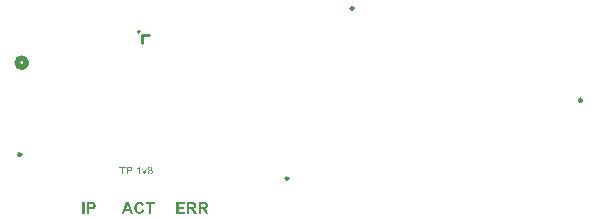
<source format=gto>
G04*
G04 #@! TF.GenerationSoftware,Altium Limited,Altium Designer,22.8.2 (66)*
G04*
G04 Layer_Color=65535*
%FSLAX44Y44*%
%MOMM*%
G71*
G04*
G04 #@! TF.SameCoordinates,E765EAFB-E956-432D-8013-76C00557599A*
G04*
G04*
G04 #@! TF.FilePolarity,Positive*
G04*
G01*
G75*
%ADD10C,0.2500*%
%ADD11C,0.2000*%
%ADD12C,0.5080*%
%ADD13C,0.2540*%
G36*
X419897Y314819D02*
X419136D01*
X417359Y319537D01*
X418205D01*
X419220Y316708D01*
Y316698D01*
X419230Y316689D01*
X419239Y316661D01*
X419248Y316633D01*
X419277Y316539D01*
X419314Y316416D01*
X419361Y316276D01*
X419417Y316116D01*
X419464Y315937D01*
X419521Y315759D01*
X419530Y315777D01*
X419540Y315824D01*
X419568Y315900D01*
X419596Y316012D01*
X419643Y316134D01*
X419690Y316294D01*
X419756Y316463D01*
X419822Y316651D01*
X420865Y319537D01*
X421692D01*
X419897Y314819D01*
D02*
G37*
G36*
X415583D02*
X414784D01*
Y319903D01*
X414775Y319894D01*
X414728Y319856D01*
X414672Y319800D01*
X414577Y319734D01*
X414474Y319649D01*
X414343Y319555D01*
X414192Y319452D01*
X414023Y319349D01*
X414014D01*
X414004Y319339D01*
X413948Y319302D01*
X413854Y319255D01*
X413741Y319198D01*
X413610Y319132D01*
X413469Y319067D01*
X413328Y319001D01*
X413187Y318944D01*
Y319715D01*
X413196D01*
X413215Y319734D01*
X413252Y319743D01*
X413299Y319771D01*
X413356Y319800D01*
X413422Y319837D01*
X413581Y319931D01*
X413769Y320035D01*
X413957Y320166D01*
X414155Y320317D01*
X414352Y320476D01*
X414361Y320486D01*
X414371Y320495D01*
X414399Y320523D01*
X414437Y320552D01*
X414521Y320645D01*
X414634Y320758D01*
X414747Y320890D01*
X414869Y321040D01*
X414972Y321191D01*
X415066Y321350D01*
X415583D01*
Y314819D01*
D02*
G37*
G36*
X407125Y321313D02*
X407285Y321303D01*
X407454Y321294D01*
X407614Y321275D01*
X407755Y321256D01*
X407773D01*
X407839Y321238D01*
X407924Y321219D01*
X408036Y321191D01*
X408159Y321144D01*
X408290Y321087D01*
X408431Y321021D01*
X408553Y320946D01*
X408572Y320937D01*
X408610Y320909D01*
X408666Y320852D01*
X408741Y320787D01*
X408826Y320702D01*
X408910Y320589D01*
X409005Y320467D01*
X409080Y320326D01*
X409089Y320307D01*
X409108Y320260D01*
X409146Y320176D01*
X409183Y320063D01*
X409211Y319931D01*
X409249Y319781D01*
X409268Y319612D01*
X409277Y319433D01*
Y319424D01*
Y319396D01*
Y319358D01*
X409268Y319292D01*
X409258Y319226D01*
X409249Y319142D01*
X409230Y319048D01*
X409211Y318944D01*
X409146Y318728D01*
X409108Y318616D01*
X409052Y318493D01*
X408986Y318371D01*
X408920Y318258D01*
X408835Y318146D01*
X408741Y318033D01*
X408732Y318023D01*
X408713Y318005D01*
X408685Y317976D01*
X408638Y317948D01*
X408582Y317901D01*
X408506Y317854D01*
X408412Y317798D01*
X408309Y317751D01*
X408187Y317695D01*
X408046Y317638D01*
X407896Y317591D01*
X407717Y317554D01*
X407529Y317516D01*
X407322Y317488D01*
X407087Y317469D01*
X406843Y317460D01*
X405179D01*
Y314819D01*
X404315D01*
Y321322D01*
X406984D01*
X407125Y321313D01*
D02*
G37*
G36*
X403422Y320552D02*
X401279D01*
Y314819D01*
X400415D01*
Y320552D01*
X398272D01*
Y321322D01*
X403422D01*
Y320552D01*
D02*
G37*
G36*
X424436Y321341D02*
X424511Y321332D01*
X424596Y321322D01*
X424690Y321313D01*
X424784Y321285D01*
X425009Y321228D01*
X425235Y321144D01*
X425348Y321087D01*
X425460Y321021D01*
X425564Y320937D01*
X425667Y320852D01*
X425677Y320843D01*
X425686Y320834D01*
X425714Y320805D01*
X425752Y320768D01*
X425789Y320711D01*
X425836Y320655D01*
X425930Y320514D01*
X426024Y320335D01*
X426109Y320129D01*
X426175Y319894D01*
X426184Y319771D01*
X426194Y319640D01*
Y319631D01*
Y319621D01*
Y319565D01*
X426184Y319480D01*
X426165Y319377D01*
X426137Y319245D01*
X426090Y319114D01*
X426034Y318982D01*
X425949Y318850D01*
X425940Y318832D01*
X425902Y318794D01*
X425846Y318738D01*
X425770Y318663D01*
X425667Y318578D01*
X425545Y318493D01*
X425404Y318409D01*
X425235Y318334D01*
X425244D01*
X425263Y318324D01*
X425291Y318315D01*
X425329Y318296D01*
X425442Y318249D01*
X425573Y318183D01*
X425714Y318089D01*
X425864Y317986D01*
X426006Y317854D01*
X426137Y317704D01*
Y317695D01*
X426147Y317685D01*
X426184Y317629D01*
X426240Y317535D01*
X426297Y317413D01*
X426353Y317262D01*
X426410Y317084D01*
X426447Y316886D01*
X426457Y316670D01*
Y316661D01*
Y316633D01*
Y316586D01*
X426447Y316529D01*
X426438Y316463D01*
X426428Y316379D01*
X426410Y316285D01*
X426381Y316182D01*
X426316Y315965D01*
X426269Y315843D01*
X426203Y315730D01*
X426137Y315608D01*
X426062Y315495D01*
X425968Y315383D01*
X425864Y315270D01*
X425855Y315261D01*
X425836Y315242D01*
X425808Y315214D01*
X425761Y315185D01*
X425695Y315138D01*
X425630Y315091D01*
X425545Y315044D01*
X425451Y314988D01*
X425348Y314932D01*
X425225Y314885D01*
X425094Y314838D01*
X424962Y314791D01*
X424812Y314762D01*
X424652Y314734D01*
X424492Y314715D01*
X424314Y314706D01*
X424220D01*
X424154Y314715D01*
X424070Y314725D01*
X423975Y314734D01*
X423872Y314753D01*
X423759Y314781D01*
X423506Y314847D01*
X423374Y314894D01*
X423252Y314941D01*
X423120Y315007D01*
X422989Y315082D01*
X422867Y315166D01*
X422754Y315270D01*
X422744Y315279D01*
X422726Y315298D01*
X422697Y315326D01*
X422660Y315373D01*
X422622Y315430D01*
X422566Y315495D01*
X422519Y315571D01*
X422463Y315665D01*
X422406Y315759D01*
X422359Y315871D01*
X422265Y316106D01*
X422228Y316247D01*
X422199Y316388D01*
X422180Y316539D01*
X422171Y316689D01*
Y316698D01*
Y316717D01*
Y316755D01*
X422180Y316792D01*
Y316849D01*
X422190Y316915D01*
X422209Y317065D01*
X422246Y317234D01*
X422303Y317403D01*
X422387Y317582D01*
X422491Y317751D01*
Y317760D01*
X422509Y317770D01*
X422547Y317817D01*
X422622Y317892D01*
X422726Y317986D01*
X422857Y318080D01*
X423017Y318183D01*
X423195Y318268D01*
X423412Y318334D01*
X423402D01*
X423393Y318343D01*
X423365Y318352D01*
X423327Y318371D01*
X423242Y318409D01*
X423130Y318465D01*
X423008Y318540D01*
X422885Y318634D01*
X422773Y318738D01*
X422669Y318850D01*
X422660Y318869D01*
X422632Y318907D01*
X422594Y318982D01*
X422556Y319076D01*
X422509Y319198D01*
X422472Y319339D01*
X422444Y319499D01*
X422434Y319668D01*
Y319678D01*
Y319696D01*
Y319734D01*
X422444Y319790D01*
X422453Y319847D01*
X422463Y319922D01*
X422500Y320082D01*
X422556Y320270D01*
X422650Y320467D01*
X422707Y320570D01*
X422773Y320674D01*
X422857Y320768D01*
X422942Y320862D01*
X422951Y320871D01*
X422970Y320881D01*
X422998Y320909D01*
X423036Y320937D01*
X423083Y320975D01*
X423148Y321012D01*
X423224Y321059D01*
X423299Y321106D01*
X423393Y321153D01*
X423496Y321200D01*
X423609Y321238D01*
X423731Y321275D01*
X423994Y321332D01*
X424145Y321341D01*
X424295Y321350D01*
X424380D01*
X424436Y321341D01*
D02*
G37*
G36*
X469735Y291173D02*
X469891D01*
X470046Y291159D01*
X470229D01*
X470595Y291117D01*
X470976Y291074D01*
X471328Y291004D01*
X471483Y290962D01*
X471624Y290919D01*
X471638D01*
X471653Y290905D01*
X471737Y290863D01*
X471864Y290792D01*
X472033Y290708D01*
X472216Y290567D01*
X472400Y290412D01*
X472583Y290214D01*
X472752Y289975D01*
Y289961D01*
X472766Y289947D01*
X472794Y289904D01*
X472823Y289862D01*
X472893Y289721D01*
X472978Y289538D01*
X473048Y289312D01*
X473119Y289058D01*
X473175Y288762D01*
X473189Y288452D01*
Y288438D01*
Y288410D01*
Y288340D01*
X473175Y288269D01*
Y288170D01*
X473161Y288072D01*
X473105Y287818D01*
X473034Y287522D01*
X472921Y287226D01*
X472752Y286916D01*
X472654Y286775D01*
X472541Y286634D01*
X472527Y286620D01*
X472513Y286606D01*
X472470Y286563D01*
X472414Y286521D01*
X472357Y286465D01*
X472273Y286394D01*
X472174Y286324D01*
X472061Y286253D01*
X471935Y286169D01*
X471780Y286098D01*
X471624Y286028D01*
X471455Y285957D01*
X471258Y285887D01*
X471060Y285830D01*
X470849Y285774D01*
X470609Y285732D01*
X470624D01*
X470638Y285718D01*
X470722Y285661D01*
X470835Y285591D01*
X470976Y285492D01*
X471145Y285365D01*
X471314Y285238D01*
X471497Y285083D01*
X471653Y284914D01*
X471667Y284900D01*
X471737Y284829D01*
X471822Y284717D01*
X471949Y284547D01*
X472118Y284336D01*
X472202Y284195D01*
X472301Y284054D01*
X472414Y283899D01*
X472527Y283730D01*
X472654Y283533D01*
X472780Y283335D01*
X473979Y281432D01*
X471610D01*
X470201Y283547D01*
X470187Y283561D01*
X470172Y283603D01*
X470130Y283659D01*
X470074Y283730D01*
X470017Y283814D01*
X469947Y283927D01*
X469792Y284153D01*
X469608Y284407D01*
X469439Y284632D01*
X469284Y284844D01*
X469214Y284914D01*
X469157Y284984D01*
X469143Y284998D01*
X469115Y285027D01*
X469059Y285083D01*
X468988Y285154D01*
X468890Y285210D01*
X468791Y285280D01*
X468678Y285337D01*
X468565Y285393D01*
X468551D01*
X468509Y285407D01*
X468438Y285436D01*
X468326Y285450D01*
X468185Y285478D01*
X468016Y285492D01*
X467818Y285506D01*
X467184D01*
Y281432D01*
X465210D01*
Y291187D01*
X469608D01*
X469735Y291173D01*
D02*
G37*
G36*
X459896D02*
X460051D01*
X460206Y291159D01*
X460389D01*
X460756Y291117D01*
X461136Y291074D01*
X461489Y291004D01*
X461644Y290962D01*
X461785Y290919D01*
X461799D01*
X461813Y290905D01*
X461898Y290863D01*
X462024Y290792D01*
X462193Y290708D01*
X462377Y290567D01*
X462560Y290412D01*
X462743Y290214D01*
X462912Y289975D01*
Y289961D01*
X462927Y289947D01*
X462955Y289904D01*
X462983Y289862D01*
X463053Y289721D01*
X463138Y289538D01*
X463209Y289312D01*
X463279Y289058D01*
X463335Y288762D01*
X463349Y288452D01*
Y288438D01*
Y288410D01*
Y288340D01*
X463335Y288269D01*
Y288170D01*
X463321Y288072D01*
X463265Y287818D01*
X463194Y287522D01*
X463082Y287226D01*
X462912Y286916D01*
X462814Y286775D01*
X462701Y286634D01*
X462687Y286620D01*
X462673Y286606D01*
X462631Y286563D01*
X462574Y286521D01*
X462518Y286465D01*
X462433Y286394D01*
X462335Y286324D01*
X462222Y286253D01*
X462095Y286169D01*
X461940Y286098D01*
X461785Y286028D01*
X461615Y285957D01*
X461418Y285887D01*
X461221Y285830D01*
X461009Y285774D01*
X460770Y285732D01*
X460784D01*
X460798Y285718D01*
X460882Y285661D01*
X460995Y285591D01*
X461136Y285492D01*
X461305Y285365D01*
X461475Y285238D01*
X461658Y285083D01*
X461813Y284914D01*
X461827Y284900D01*
X461898Y284829D01*
X461982Y284717D01*
X462109Y284547D01*
X462278Y284336D01*
X462363Y284195D01*
X462461Y284054D01*
X462574Y283899D01*
X462687Y283730D01*
X462814Y283533D01*
X462941Y283335D01*
X464139Y281432D01*
X461771D01*
X460361Y283547D01*
X460347Y283561D01*
X460333Y283603D01*
X460290Y283659D01*
X460234Y283730D01*
X460178Y283814D01*
X460107Y283927D01*
X459952Y284153D01*
X459769Y284407D01*
X459600Y284632D01*
X459445Y284844D01*
X459374Y284914D01*
X459318Y284984D01*
X459304Y284998D01*
X459275Y285027D01*
X459219Y285083D01*
X459149Y285154D01*
X459050Y285210D01*
X458951Y285280D01*
X458838Y285337D01*
X458726Y285393D01*
X458712D01*
X458669Y285407D01*
X458599Y285436D01*
X458486Y285450D01*
X458345Y285478D01*
X458176Y285492D01*
X457979Y285506D01*
X457344D01*
Y281432D01*
X455371D01*
Y291187D01*
X459769D01*
X459896Y291173D01*
D02*
G37*
G36*
X453510Y289538D02*
X448252D01*
Y287381D01*
X453143D01*
Y285732D01*
X448252D01*
Y283081D01*
X453693D01*
Y281432D01*
X446278D01*
Y291187D01*
X453510D01*
Y289538D01*
D02*
G37*
G36*
X415642Y291525D02*
X415797Y291511D01*
X415966Y291483D01*
X416163Y291455D01*
X416375Y291413D01*
X416600Y291356D01*
X416840Y291286D01*
X417079Y291201D01*
X417333Y291088D01*
X417573Y290976D01*
X417798Y290835D01*
X418038Y290665D01*
X418250Y290482D01*
X418264D01*
X418278Y290454D01*
X418320Y290412D01*
X418362Y290369D01*
X418419Y290299D01*
X418475Y290214D01*
X418630Y290017D01*
X418785Y289763D01*
X418954Y289453D01*
X419109Y289101D01*
X419250Y288692D01*
X417305Y288227D01*
Y288241D01*
X417291Y288255D01*
Y288297D01*
X417263Y288354D01*
X417220Y288480D01*
X417150Y288650D01*
X417051Y288847D01*
X416924Y289044D01*
X416755Y289242D01*
X416572Y289411D01*
X416544Y289425D01*
X416473Y289481D01*
X416361Y289552D01*
X416205Y289636D01*
X416008Y289721D01*
X415783Y289792D01*
X415529Y289848D01*
X415247Y289862D01*
X415148D01*
X415064Y289848D01*
X414979Y289834D01*
X414866Y289820D01*
X414627Y289763D01*
X414345Y289665D01*
X414049Y289524D01*
X413894Y289439D01*
X413753Y289340D01*
X413612Y289214D01*
X413485Y289073D01*
Y289058D01*
X413456Y289030D01*
X413428Y288988D01*
X413386Y288918D01*
X413330Y288833D01*
X413273Y288734D01*
X413217Y288607D01*
X413161Y288466D01*
X413090Y288297D01*
X413034Y288114D01*
X412977Y287903D01*
X412921Y287677D01*
X412878Y287423D01*
X412850Y287155D01*
X412836Y286859D01*
X412822Y286535D01*
Y286521D01*
Y286451D01*
Y286352D01*
X412836Y286239D01*
Y286084D01*
X412864Y285901D01*
X412878Y285718D01*
X412907Y285506D01*
X412991Y285069D01*
X413104Y284632D01*
X413175Y284421D01*
X413273Y284223D01*
X413372Y284040D01*
X413485Y283885D01*
X413499Y283871D01*
X413513Y283857D01*
X413555Y283814D01*
X413612Y283758D01*
X413753Y283645D01*
X413950Y283504D01*
X414189Y283349D01*
X414486Y283236D01*
X414824Y283138D01*
X415007Y283124D01*
X415205Y283109D01*
X415275D01*
X415331Y283124D01*
X415486Y283138D01*
X415670Y283166D01*
X415867Y283236D01*
X416093Y283321D01*
X416318Y283434D01*
X416544Y283603D01*
X416572Y283631D01*
X416642Y283702D01*
X416741Y283814D01*
X416854Y283984D01*
X416995Y284209D01*
X417122Y284477D01*
X417249Y284801D01*
X417361Y285182D01*
X419279Y284590D01*
Y284576D01*
X419264Y284519D01*
X419236Y284435D01*
X419194Y284322D01*
X419138Y284195D01*
X419081Y284040D01*
X419011Y283871D01*
X418926Y283687D01*
X418729Y283307D01*
X418475Y282912D01*
X418165Y282532D01*
X417996Y282362D01*
X417812Y282207D01*
X417798Y282193D01*
X417770Y282179D01*
X417714Y282137D01*
X417629Y282080D01*
X417531Y282024D01*
X417404Y281968D01*
X417263Y281897D01*
X417108Y281827D01*
X416924Y281742D01*
X416727Y281672D01*
X416516Y281615D01*
X416290Y281559D01*
X416050Y281502D01*
X415783Y281460D01*
X415515Y281446D01*
X415219Y281432D01*
X415134D01*
X415035Y281446D01*
X414894Y281460D01*
X414739Y281474D01*
X414542Y281502D01*
X414330Y281545D01*
X414091Y281601D01*
X413851Y281672D01*
X413597Y281756D01*
X413330Y281869D01*
X413062Y281996D01*
X412794Y282137D01*
X412526Y282320D01*
X412272Y282518D01*
X412033Y282757D01*
X412019Y282771D01*
X411976Y282813D01*
X411920Y282898D01*
X411835Y282997D01*
X411751Y283138D01*
X411638Y283293D01*
X411525Y283490D01*
X411412Y283716D01*
X411300Y283955D01*
X411187Y284223D01*
X411074Y284533D01*
X410989Y284858D01*
X410905Y285196D01*
X410849Y285576D01*
X410806Y285971D01*
X410792Y286394D01*
Y286408D01*
Y286422D01*
Y286507D01*
X410806Y286634D01*
Y286803D01*
X410835Y287000D01*
X410863Y287240D01*
X410891Y287494D01*
X410947Y287790D01*
X411018Y288086D01*
X411102Y288396D01*
X411201Y288706D01*
X411328Y289030D01*
X411469Y289340D01*
X411638Y289636D01*
X411821Y289918D01*
X412047Y290186D01*
X412061Y290200D01*
X412103Y290243D01*
X412174Y290313D01*
X412272Y290398D01*
X412399Y290496D01*
X412554Y290609D01*
X412724Y290736D01*
X412935Y290863D01*
X413161Y290990D01*
X413400Y291117D01*
X413682Y291229D01*
X413964Y291328D01*
X414288Y291413D01*
X414613Y291483D01*
X414979Y291525D01*
X415345Y291539D01*
X415515D01*
X415642Y291525D01*
D02*
G37*
G36*
X428033Y289707D02*
X425157D01*
Y281601D01*
X423183D01*
Y289707D01*
X420294D01*
Y291356D01*
X428033D01*
Y289707D01*
D02*
G37*
G36*
X410087Y281601D02*
X407959D01*
X407113Y283814D01*
X403194D01*
X402390Y281601D01*
X400304D01*
X404082Y291356D01*
X406168D01*
X410087Y281601D01*
D02*
G37*
G36*
X374388Y291173D02*
X374755D01*
X375150Y291145D01*
X375544Y291117D01*
X375714Y291103D01*
X375883Y291088D01*
X376024Y291060D01*
X376136Y291032D01*
X376151D01*
X376179Y291018D01*
X376221Y291004D01*
X376277Y290990D01*
X376432Y290919D01*
X376630Y290835D01*
X376841Y290708D01*
X377081Y290539D01*
X377307Y290327D01*
X377532Y290074D01*
Y290059D01*
X377560Y290045D01*
X377588Y290003D01*
X377617Y289947D01*
X377673Y289862D01*
X377715Y289777D01*
X377772Y289679D01*
X377828Y289566D01*
X377927Y289284D01*
X378025Y288974D01*
X378082Y288593D01*
X378110Y288185D01*
Y288170D01*
Y288142D01*
Y288100D01*
Y288029D01*
X378096Y287959D01*
Y287860D01*
X378068Y287663D01*
X378025Y287423D01*
X377969Y287155D01*
X377884Y286902D01*
X377772Y286662D01*
X377758Y286634D01*
X377715Y286563D01*
X377645Y286451D01*
X377546Y286310D01*
X377433Y286169D01*
X377278Y285999D01*
X377123Y285844D01*
X376940Y285703D01*
X376912Y285689D01*
X376855Y285647D01*
X376757Y285591D01*
X376630Y285520D01*
X376475Y285436D01*
X376306Y285365D01*
X376122Y285295D01*
X375925Y285238D01*
X375897D01*
X375854Y285224D01*
X375798D01*
X375728Y285210D01*
X375629Y285196D01*
X375530Y285182D01*
X375403D01*
X375276Y285168D01*
X375121Y285154D01*
X374952Y285140D01*
X374769Y285125D01*
X374572D01*
X374360Y285111D01*
X372612D01*
Y281432D01*
X370639D01*
Y291187D01*
X374233D01*
X374388Y291173D01*
D02*
G37*
G36*
X368750Y281432D02*
X366776D01*
Y291187D01*
X368750D01*
Y281432D01*
D02*
G37*
%LPC*%
G36*
X407040Y320552D02*
X405179D01*
Y318230D01*
X406928D01*
X406993Y318240D01*
X407059D01*
X407134Y318249D01*
X407313Y318268D01*
X407510Y318305D01*
X407708Y318362D01*
X407886Y318437D01*
X407971Y318484D01*
X408036Y318540D01*
X408055Y318559D01*
X408093Y318597D01*
X408149Y318672D01*
X408215Y318766D01*
X408281Y318888D01*
X408337Y319039D01*
X408375Y319208D01*
X408394Y319405D01*
Y319414D01*
Y319424D01*
Y319471D01*
X408384Y319555D01*
X408366Y319649D01*
X408347Y319753D01*
X408309Y319875D01*
X408253Y319988D01*
X408187Y320101D01*
X408177Y320110D01*
X408149Y320147D01*
X408102Y320194D01*
X408046Y320260D01*
X407961Y320326D01*
X407867Y320382D01*
X407764Y320439D01*
X407642Y320486D01*
X407632D01*
X407595Y320495D01*
X407538Y320505D01*
X407463Y320523D01*
X407351Y320533D01*
X407210Y320542D01*
X407040Y320552D01*
D02*
G37*
G36*
X424314Y320692D02*
X424239D01*
X424154Y320674D01*
X424041Y320655D01*
X423919Y320617D01*
X423788Y320570D01*
X423665Y320495D01*
X423543Y320392D01*
X423534Y320382D01*
X423496Y320345D01*
X423449Y320279D01*
X423402Y320194D01*
X423346Y320091D01*
X423299Y319969D01*
X423261Y319837D01*
X423252Y319687D01*
Y319678D01*
Y319668D01*
X423261Y319612D01*
X423271Y319527D01*
X423289Y319424D01*
X423327Y319302D01*
X423374Y319179D01*
X423449Y319048D01*
X423543Y318935D01*
X423553Y318926D01*
X423600Y318888D01*
X423665Y318841D01*
X423750Y318794D01*
X423863Y318738D01*
X423994Y318691D01*
X424145Y318653D01*
X424314Y318644D01*
X424333D01*
X424389Y318653D01*
X424474Y318663D01*
X424586Y318681D01*
X424709Y318719D01*
X424831Y318766D01*
X424962Y318841D01*
X425075Y318935D01*
X425084Y318944D01*
X425122Y318992D01*
X425169Y319048D01*
X425225Y319132D01*
X425282Y319236D01*
X425329Y319358D01*
X425366Y319499D01*
X425376Y319649D01*
Y319659D01*
Y319668D01*
Y319725D01*
X425357Y319809D01*
X425338Y319912D01*
X425301Y320025D01*
X425244Y320147D01*
X425169Y320270D01*
X425066Y320392D01*
X425056Y320401D01*
X425009Y320439D01*
X424944Y320486D01*
X424859Y320542D01*
X424746Y320598D01*
X424624Y320645D01*
X424474Y320683D01*
X424314Y320692D01*
D02*
G37*
G36*
X424286Y317995D02*
X424229D01*
X424192Y317986D01*
X424088Y317976D01*
X423957Y317948D01*
X423806Y317901D01*
X423656Y317836D01*
X423496Y317742D01*
X423355Y317619D01*
X423336Y317601D01*
X423299Y317554D01*
X423242Y317469D01*
X423177Y317366D01*
X423102Y317225D01*
X423045Y317065D01*
X423008Y316886D01*
X422989Y316689D01*
Y316670D01*
Y316633D01*
X422998Y316567D01*
X423008Y316482D01*
X423026Y316379D01*
X423055Y316266D01*
X423092Y316153D01*
X423139Y316031D01*
X423148Y316022D01*
X423167Y315975D01*
X423205Y315918D01*
X423261Y315853D01*
X423327Y315768D01*
X423412Y315683D01*
X423506Y315608D01*
X423618Y315533D01*
X423637Y315524D01*
X423675Y315505D01*
X423741Y315477D01*
X423825Y315448D01*
X423928Y315420D01*
X424051Y315392D01*
X424182Y315373D01*
X424314Y315364D01*
X424370D01*
X424408Y315373D01*
X424521Y315383D01*
X424652Y315411D01*
X424803Y315458D01*
X424962Y315514D01*
X425113Y315608D01*
X425263Y315730D01*
X425282Y315749D01*
X425319Y315796D01*
X425385Y315881D01*
X425451Y315984D01*
X425517Y316116D01*
X425583Y316276D01*
X425620Y316463D01*
X425639Y316661D01*
Y316670D01*
Y316689D01*
Y316717D01*
X425630Y316755D01*
X425620Y316858D01*
X425592Y316999D01*
X425545Y317140D01*
X425479Y317300D01*
X425385Y317460D01*
X425254Y317610D01*
X425235Y317629D01*
X425188Y317666D01*
X425103Y317732D01*
X424991Y317807D01*
X424850Y317873D01*
X424680Y317939D01*
X424492Y317976D01*
X424286Y317995D01*
D02*
G37*
G36*
X469439Y289538D02*
X467184D01*
Y287057D01*
X469101D01*
X469383Y287071D01*
X469679Y287085D01*
X469975Y287099D01*
X470102Y287113D01*
X470215Y287127D01*
X470327Y287155D01*
X470398Y287169D01*
X470412D01*
X470454Y287198D01*
X470525Y287226D01*
X470595Y287268D01*
X470779Y287395D01*
X470863Y287480D01*
X470948Y287578D01*
X470962Y287592D01*
X470976Y287635D01*
X471018Y287691D01*
X471060Y287776D01*
X471089Y287888D01*
X471131Y288015D01*
X471145Y288156D01*
X471159Y288311D01*
Y288340D01*
Y288396D01*
X471145Y288480D01*
X471131Y288593D01*
X471089Y288720D01*
X471046Y288847D01*
X470976Y288988D01*
X470891Y289101D01*
X470877Y289115D01*
X470849Y289157D01*
X470779Y289199D01*
X470694Y289270D01*
X470595Y289340D01*
X470468Y289397D01*
X470313Y289453D01*
X470144Y289496D01*
X470130D01*
X470088Y289510D01*
X470003D01*
X469876Y289524D01*
X469566D01*
X469439Y289538D01*
D02*
G37*
G36*
X459600D02*
X457344D01*
Y287057D01*
X459261D01*
X459543Y287071D01*
X459839Y287085D01*
X460135Y287099D01*
X460262Y287113D01*
X460375Y287127D01*
X460488Y287155D01*
X460558Y287169D01*
X460572D01*
X460615Y287198D01*
X460685Y287226D01*
X460756Y287268D01*
X460939Y287395D01*
X461023Y287480D01*
X461108Y287578D01*
X461122Y287592D01*
X461136Y287635D01*
X461179Y287691D01*
X461221Y287776D01*
X461249Y287888D01*
X461291Y288015D01*
X461305Y288156D01*
X461320Y288311D01*
Y288340D01*
Y288396D01*
X461305Y288480D01*
X461291Y288593D01*
X461249Y288720D01*
X461207Y288847D01*
X461136Y288988D01*
X461052Y289101D01*
X461038Y289115D01*
X461009Y289157D01*
X460939Y289199D01*
X460854Y289270D01*
X460756Y289340D01*
X460629Y289397D01*
X460474Y289453D01*
X460304Y289496D01*
X460290D01*
X460248Y289510D01*
X460163D01*
X460037Y289524D01*
X459726D01*
X459600Y289538D01*
D02*
G37*
G36*
X405111Y289087D02*
X403786Y285464D01*
X406479D01*
X405111Y289087D01*
D02*
G37*
G36*
X374078Y289538D02*
X372612D01*
Y286761D01*
X373965D01*
X374064Y286775D01*
X374318D01*
X374572Y286789D01*
X374825Y286817D01*
X375051Y286859D01*
X375150Y286873D01*
X375234Y286902D01*
X375248Y286916D01*
X375305Y286930D01*
X375375Y286972D01*
X375460Y287014D01*
X375558Y287085D01*
X375657Y287169D01*
X375770Y287268D01*
X375854Y287381D01*
X375869Y287395D01*
X375897Y287437D01*
X375925Y287508D01*
X375967Y287607D01*
X376009Y287719D01*
X376052Y287846D01*
X376066Y287987D01*
X376080Y288142D01*
Y288170D01*
Y288227D01*
X376066Y288325D01*
X376038Y288452D01*
X375995Y288593D01*
X375939Y288748D01*
X375869Y288889D01*
X375756Y289030D01*
X375742Y289044D01*
X375699Y289087D01*
X375629Y289143D01*
X375544Y289214D01*
X375432Y289298D01*
X375291Y289369D01*
X375135Y289425D01*
X374966Y289467D01*
X374952D01*
X374896Y289481D01*
X374797Y289496D01*
X374656Y289510D01*
X374473D01*
X374346Y289524D01*
X374219D01*
X374078Y289538D01*
D02*
G37*
%LPD*%
D10*
X789816Y377530D02*
G03*
X789816Y377530I-1250J0D01*
G01*
X596372Y455422D02*
G03*
X596372Y455422I-1250J0D01*
G01*
X541254Y311404D02*
G03*
X541254Y311404I-1250J0D01*
G01*
X314940Y331724D02*
G03*
X314940Y331724I-1250J0D01*
G01*
D11*
X415528Y435610D02*
G03*
X415528Y435610I-1000J0D01*
G01*
D12*
X319312Y409321D02*
G03*
X319312Y409321I-3810J0D01*
G01*
D13*
X417322Y432816D02*
X423672D01*
X417068Y425958D02*
Y432816D01*
M02*

</source>
